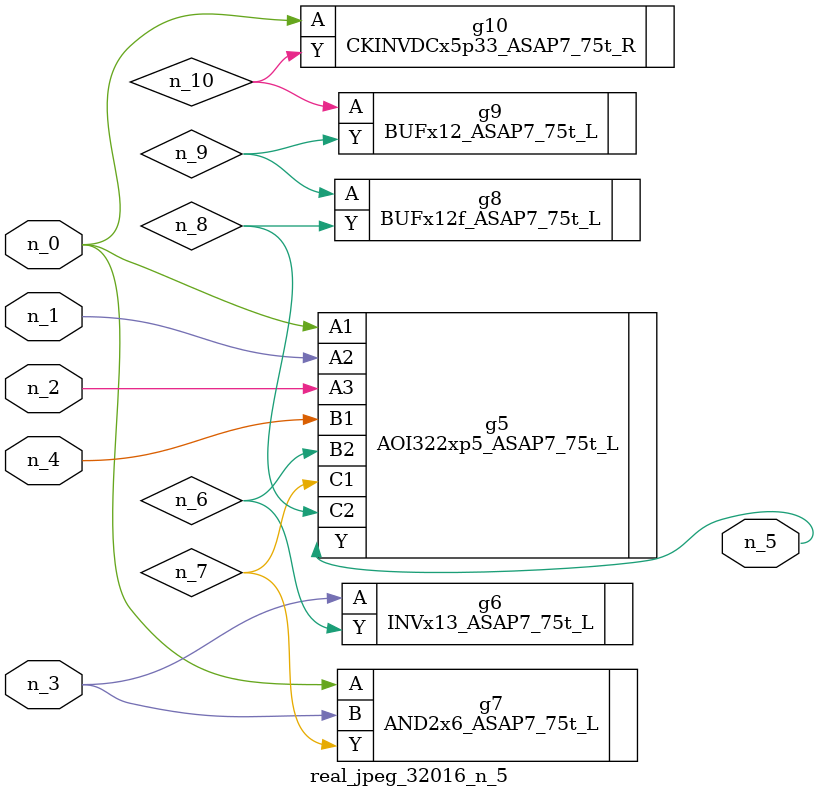
<source format=v>
module real_jpeg_32016_n_5 (n_4, n_0, n_1, n_2, n_3, n_5);

input n_4;
input n_0;
input n_1;
input n_2;
input n_3;

output n_5;

wire n_8;
wire n_6;
wire n_7;
wire n_10;
wire n_9;

AOI322xp5_ASAP7_75t_L g5 ( 
.A1(n_0),
.A2(n_1),
.A3(n_2),
.B1(n_4),
.B2(n_6),
.C1(n_7),
.C2(n_8),
.Y(n_5)
);

AND2x6_ASAP7_75t_L g7 ( 
.A(n_0),
.B(n_3),
.Y(n_7)
);

CKINVDCx5p33_ASAP7_75t_R g10 ( 
.A(n_0),
.Y(n_10)
);

INVx13_ASAP7_75t_L g6 ( 
.A(n_3),
.Y(n_6)
);

BUFx12f_ASAP7_75t_L g8 ( 
.A(n_9),
.Y(n_8)
);

BUFx12_ASAP7_75t_L g9 ( 
.A(n_10),
.Y(n_9)
);


endmodule
</source>
